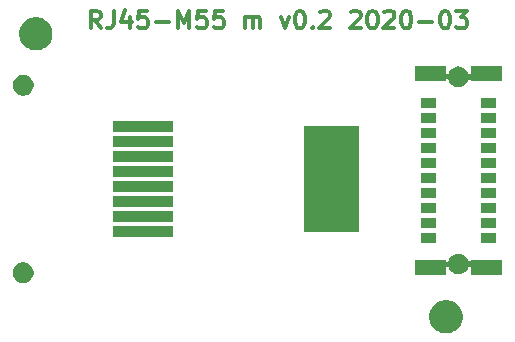
<source format=gbr>
G04 #@! TF.GenerationSoftware,KiCad,Pcbnew,5.1.5*
G04 #@! TF.CreationDate,2020-03-20T00:43:26-04:00*
G04 #@! TF.ProjectId,M55-RJ45,4d35352d-524a-4343-952e-6b696361645f,rev?*
G04 #@! TF.SameCoordinates,Original*
G04 #@! TF.FileFunction,Soldermask,Top*
G04 #@! TF.FilePolarity,Negative*
%FSLAX46Y46*%
G04 Gerber Fmt 4.6, Leading zero omitted, Abs format (unit mm)*
G04 Created by KiCad (PCBNEW 5.1.5) date 2020-03-20 00:43:26*
%MOMM*%
%LPD*%
G04 APERTURE LIST*
%ADD10C,0.300000*%
%ADD11C,0.100000*%
G04 APERTURE END LIST*
D10*
X39574285Y-116248571D02*
X39074285Y-115534285D01*
X38717142Y-116248571D02*
X38717142Y-114748571D01*
X39288571Y-114748571D01*
X39431428Y-114820000D01*
X39502857Y-114891428D01*
X39574285Y-115034285D01*
X39574285Y-115248571D01*
X39502857Y-115391428D01*
X39431428Y-115462857D01*
X39288571Y-115534285D01*
X38717142Y-115534285D01*
X40645714Y-114748571D02*
X40645714Y-115820000D01*
X40574285Y-116034285D01*
X40431428Y-116177142D01*
X40217142Y-116248571D01*
X40074285Y-116248571D01*
X42002857Y-115248571D02*
X42002857Y-116248571D01*
X41645714Y-114677142D02*
X41288571Y-115748571D01*
X42217142Y-115748571D01*
X43502857Y-114748571D02*
X42788571Y-114748571D01*
X42717142Y-115462857D01*
X42788571Y-115391428D01*
X42931428Y-115320000D01*
X43288571Y-115320000D01*
X43431428Y-115391428D01*
X43502857Y-115462857D01*
X43574285Y-115605714D01*
X43574285Y-115962857D01*
X43502857Y-116105714D01*
X43431428Y-116177142D01*
X43288571Y-116248571D01*
X42931428Y-116248571D01*
X42788571Y-116177142D01*
X42717142Y-116105714D01*
X44217142Y-115677142D02*
X45360000Y-115677142D01*
X46074285Y-116248571D02*
X46074285Y-114748571D01*
X46574285Y-115820000D01*
X47074285Y-114748571D01*
X47074285Y-116248571D01*
X48502857Y-114748571D02*
X47788571Y-114748571D01*
X47717142Y-115462857D01*
X47788571Y-115391428D01*
X47931428Y-115320000D01*
X48288571Y-115320000D01*
X48431428Y-115391428D01*
X48502857Y-115462857D01*
X48574285Y-115605714D01*
X48574285Y-115962857D01*
X48502857Y-116105714D01*
X48431428Y-116177142D01*
X48288571Y-116248571D01*
X47931428Y-116248571D01*
X47788571Y-116177142D01*
X47717142Y-116105714D01*
X49931428Y-114748571D02*
X49217142Y-114748571D01*
X49145714Y-115462857D01*
X49217142Y-115391428D01*
X49360000Y-115320000D01*
X49717142Y-115320000D01*
X49860000Y-115391428D01*
X49931428Y-115462857D01*
X50002857Y-115605714D01*
X50002857Y-115962857D01*
X49931428Y-116105714D01*
X49860000Y-116177142D01*
X49717142Y-116248571D01*
X49360000Y-116248571D01*
X49217142Y-116177142D01*
X49145714Y-116105714D01*
X51788571Y-116248571D02*
X51788571Y-115248571D01*
X51788571Y-115391428D02*
X51860000Y-115320000D01*
X52002857Y-115248571D01*
X52217142Y-115248571D01*
X52360000Y-115320000D01*
X52431428Y-115462857D01*
X52431428Y-116248571D01*
X52431428Y-115462857D02*
X52502857Y-115320000D01*
X52645714Y-115248571D01*
X52860000Y-115248571D01*
X53002857Y-115320000D01*
X53074285Y-115462857D01*
X53074285Y-116248571D01*
X54788571Y-115248571D02*
X55145714Y-116248571D01*
X55502857Y-115248571D01*
X56360000Y-114748571D02*
X56502857Y-114748571D01*
X56645714Y-114820000D01*
X56717142Y-114891428D01*
X56788571Y-115034285D01*
X56860000Y-115320000D01*
X56860000Y-115677142D01*
X56788571Y-115962857D01*
X56717142Y-116105714D01*
X56645714Y-116177142D01*
X56502857Y-116248571D01*
X56360000Y-116248571D01*
X56217142Y-116177142D01*
X56145714Y-116105714D01*
X56074285Y-115962857D01*
X56002857Y-115677142D01*
X56002857Y-115320000D01*
X56074285Y-115034285D01*
X56145714Y-114891428D01*
X56217142Y-114820000D01*
X56360000Y-114748571D01*
X57502857Y-116105714D02*
X57574285Y-116177142D01*
X57502857Y-116248571D01*
X57431428Y-116177142D01*
X57502857Y-116105714D01*
X57502857Y-116248571D01*
X58145714Y-114891428D02*
X58217142Y-114820000D01*
X58360000Y-114748571D01*
X58717142Y-114748571D01*
X58860000Y-114820000D01*
X58931428Y-114891428D01*
X59002857Y-115034285D01*
X59002857Y-115177142D01*
X58931428Y-115391428D01*
X58074285Y-116248571D01*
X59002857Y-116248571D01*
X60717142Y-114891428D02*
X60788571Y-114820000D01*
X60931428Y-114748571D01*
X61288571Y-114748571D01*
X61431428Y-114820000D01*
X61502857Y-114891428D01*
X61574285Y-115034285D01*
X61574285Y-115177142D01*
X61502857Y-115391428D01*
X60645714Y-116248571D01*
X61574285Y-116248571D01*
X62502857Y-114748571D02*
X62645714Y-114748571D01*
X62788571Y-114820000D01*
X62860000Y-114891428D01*
X62931428Y-115034285D01*
X63002857Y-115320000D01*
X63002857Y-115677142D01*
X62931428Y-115962857D01*
X62860000Y-116105714D01*
X62788571Y-116177142D01*
X62645714Y-116248571D01*
X62502857Y-116248571D01*
X62360000Y-116177142D01*
X62288571Y-116105714D01*
X62217142Y-115962857D01*
X62145714Y-115677142D01*
X62145714Y-115320000D01*
X62217142Y-115034285D01*
X62288571Y-114891428D01*
X62360000Y-114820000D01*
X62502857Y-114748571D01*
X63574285Y-114891428D02*
X63645714Y-114820000D01*
X63788571Y-114748571D01*
X64145714Y-114748571D01*
X64288571Y-114820000D01*
X64360000Y-114891428D01*
X64431428Y-115034285D01*
X64431428Y-115177142D01*
X64360000Y-115391428D01*
X63502857Y-116248571D01*
X64431428Y-116248571D01*
X65360000Y-114748571D02*
X65502857Y-114748571D01*
X65645714Y-114820000D01*
X65717142Y-114891428D01*
X65788571Y-115034285D01*
X65860000Y-115320000D01*
X65860000Y-115677142D01*
X65788571Y-115962857D01*
X65717142Y-116105714D01*
X65645714Y-116177142D01*
X65502857Y-116248571D01*
X65360000Y-116248571D01*
X65217142Y-116177142D01*
X65145714Y-116105714D01*
X65074285Y-115962857D01*
X65002857Y-115677142D01*
X65002857Y-115320000D01*
X65074285Y-115034285D01*
X65145714Y-114891428D01*
X65217142Y-114820000D01*
X65360000Y-114748571D01*
X66502857Y-115677142D02*
X67645714Y-115677142D01*
X68645714Y-114748571D02*
X68788571Y-114748571D01*
X68931428Y-114820000D01*
X69002857Y-114891428D01*
X69074285Y-115034285D01*
X69145714Y-115320000D01*
X69145714Y-115677142D01*
X69074285Y-115962857D01*
X69002857Y-116105714D01*
X68931428Y-116177142D01*
X68788571Y-116248571D01*
X68645714Y-116248571D01*
X68502857Y-116177142D01*
X68431428Y-116105714D01*
X68360000Y-115962857D01*
X68288571Y-115677142D01*
X68288571Y-115320000D01*
X68360000Y-115034285D01*
X68431428Y-114891428D01*
X68502857Y-114820000D01*
X68645714Y-114748571D01*
X69645714Y-114748571D02*
X70574285Y-114748571D01*
X70074285Y-115320000D01*
X70288571Y-115320000D01*
X70431428Y-115391428D01*
X70502857Y-115462857D01*
X70574285Y-115605714D01*
X70574285Y-115962857D01*
X70502857Y-116105714D01*
X70431428Y-116177142D01*
X70288571Y-116248571D01*
X69860000Y-116248571D01*
X69717142Y-116177142D01*
X69645714Y-116105714D01*
D11*
G36*
X69119413Y-139295013D02*
G01*
X69209637Y-139312959D01*
X69315247Y-139356705D01*
X69464601Y-139418569D01*
X69464602Y-139418570D01*
X69694066Y-139571892D01*
X69889208Y-139767034D01*
X69991655Y-139920357D01*
X70042531Y-139996499D01*
X70148141Y-140251464D01*
X70201980Y-140522132D01*
X70201980Y-140798108D01*
X70148141Y-141068776D01*
X70042531Y-141323741D01*
X70042530Y-141323742D01*
X69889208Y-141553206D01*
X69694066Y-141748348D01*
X69540743Y-141850795D01*
X69464601Y-141901671D01*
X69315247Y-141963535D01*
X69209637Y-142007281D01*
X69119413Y-142025227D01*
X68938968Y-142061120D01*
X68662992Y-142061120D01*
X68482547Y-142025227D01*
X68392323Y-142007281D01*
X68286713Y-141963535D01*
X68137359Y-141901671D01*
X68061217Y-141850795D01*
X67907894Y-141748348D01*
X67712752Y-141553206D01*
X67559430Y-141323742D01*
X67559429Y-141323741D01*
X67453819Y-141068776D01*
X67399980Y-140798108D01*
X67399980Y-140522132D01*
X67453819Y-140251464D01*
X67559429Y-139996499D01*
X67610305Y-139920357D01*
X67712752Y-139767034D01*
X67907894Y-139571892D01*
X68137358Y-139418570D01*
X68137359Y-139418569D01*
X68286713Y-139356705D01*
X68392323Y-139312959D01*
X68482547Y-139295013D01*
X68662992Y-139259120D01*
X68938968Y-139259120D01*
X69119413Y-139295013D01*
G37*
G36*
X33170899Y-136065832D02*
G01*
X33255520Y-136082664D01*
X33414942Y-136148699D01*
X33558418Y-136244566D01*
X33680434Y-136366582D01*
X33776301Y-136510058D01*
X33842336Y-136669480D01*
X33876000Y-136838721D01*
X33876000Y-137011279D01*
X33842336Y-137180520D01*
X33776301Y-137339942D01*
X33680434Y-137483418D01*
X33558418Y-137605434D01*
X33414942Y-137701301D01*
X33255520Y-137767336D01*
X33170899Y-137784168D01*
X33086280Y-137801000D01*
X32913720Y-137801000D01*
X32829101Y-137784168D01*
X32744480Y-137767336D01*
X32585058Y-137701301D01*
X32441582Y-137605434D01*
X32319566Y-137483418D01*
X32223699Y-137339942D01*
X32157664Y-137180520D01*
X32124000Y-137011279D01*
X32124000Y-136838721D01*
X32157664Y-136669480D01*
X32223699Y-136510058D01*
X32319566Y-136366582D01*
X32441582Y-136244566D01*
X32585058Y-136148699D01*
X32744480Y-136082664D01*
X32829101Y-136065832D01*
X32913720Y-136049000D01*
X33086280Y-136049000D01*
X33170899Y-136065832D01*
G37*
G36*
X70105520Y-135352664D02*
G01*
X70264942Y-135418699D01*
X70408418Y-135514566D01*
X70530434Y-135636582D01*
X70626301Y-135780058D01*
X70663703Y-135870355D01*
X70683517Y-135918190D01*
X70695068Y-135939801D01*
X70710614Y-135958743D01*
X70729556Y-135974288D01*
X70751166Y-135985839D01*
X70774615Y-135992952D01*
X70799001Y-135995354D01*
X70823388Y-135992952D01*
X70846836Y-135985839D01*
X70868447Y-135974288D01*
X70887389Y-135958742D01*
X70902934Y-135939800D01*
X70914485Y-135918190D01*
X70921598Y-135894741D01*
X70924000Y-135870355D01*
X70924000Y-135829000D01*
X73526000Y-135829000D01*
X73526000Y-137131000D01*
X70924000Y-137131000D01*
X70924000Y-136519645D01*
X70921598Y-136495259D01*
X70914485Y-136471810D01*
X70902934Y-136450199D01*
X70887389Y-136431257D01*
X70868447Y-136415712D01*
X70846836Y-136404161D01*
X70823387Y-136397048D01*
X70799001Y-136394646D01*
X70774615Y-136397048D01*
X70751166Y-136404161D01*
X70729555Y-136415712D01*
X70710613Y-136431257D01*
X70695068Y-136450199D01*
X70683519Y-136471807D01*
X70626301Y-136609942D01*
X70530434Y-136753418D01*
X70408418Y-136875434D01*
X70264942Y-136971301D01*
X70105520Y-137037336D01*
X69936280Y-137071000D01*
X69763720Y-137071000D01*
X69594480Y-137037336D01*
X69435058Y-136971301D01*
X69291582Y-136875434D01*
X69169566Y-136753418D01*
X69073699Y-136609942D01*
X69016481Y-136471807D01*
X69004932Y-136450199D01*
X68989386Y-136431257D01*
X68970444Y-136415712D01*
X68948834Y-136404161D01*
X68925385Y-136397048D01*
X68900999Y-136394646D01*
X68876612Y-136397048D01*
X68853164Y-136404161D01*
X68831553Y-136415712D01*
X68812611Y-136431258D01*
X68797066Y-136450200D01*
X68785515Y-136471810D01*
X68778402Y-136495259D01*
X68776000Y-136519645D01*
X68776000Y-137131000D01*
X66174000Y-137131000D01*
X66174000Y-135829000D01*
X68776000Y-135829000D01*
X68776000Y-135870355D01*
X68778402Y-135894741D01*
X68785515Y-135918190D01*
X68797066Y-135939801D01*
X68812611Y-135958743D01*
X68831553Y-135974288D01*
X68853164Y-135985839D01*
X68876613Y-135992952D01*
X68900999Y-135995354D01*
X68925385Y-135992952D01*
X68948834Y-135985839D01*
X68970445Y-135974288D01*
X68989387Y-135958743D01*
X69004932Y-135939801D01*
X69016483Y-135918190D01*
X69036297Y-135870355D01*
X69073699Y-135780058D01*
X69169566Y-135636582D01*
X69291582Y-135514566D01*
X69435058Y-135418699D01*
X69594480Y-135352664D01*
X69763720Y-135319000D01*
X69936280Y-135319000D01*
X70105520Y-135352664D01*
G37*
G36*
X72991000Y-134436000D02*
G01*
X71789000Y-134436000D01*
X71789000Y-133534000D01*
X72991000Y-133534000D01*
X72991000Y-134436000D01*
G37*
G36*
X67911000Y-134436000D02*
G01*
X66709000Y-134436000D01*
X66709000Y-133534000D01*
X67911000Y-133534000D01*
X67911000Y-134436000D01*
G37*
G36*
X45711000Y-133876000D02*
G01*
X40609000Y-133876000D01*
X40609000Y-133014000D01*
X45711000Y-133014000D01*
X45711000Y-133876000D01*
G37*
G36*
X61391000Y-133451000D02*
G01*
X56789000Y-133451000D01*
X56789000Y-124549000D01*
X61391000Y-124549000D01*
X61391000Y-133451000D01*
G37*
G36*
X72991000Y-133166000D02*
G01*
X71789000Y-133166000D01*
X71789000Y-132264000D01*
X72991000Y-132264000D01*
X72991000Y-133166000D01*
G37*
G36*
X67911000Y-133166000D02*
G01*
X66709000Y-133166000D01*
X66709000Y-132264000D01*
X67911000Y-132264000D01*
X67911000Y-133166000D01*
G37*
G36*
X45711000Y-132606000D02*
G01*
X40609000Y-132606000D01*
X40609000Y-131744000D01*
X45711000Y-131744000D01*
X45711000Y-132606000D01*
G37*
G36*
X72991000Y-131896000D02*
G01*
X71789000Y-131896000D01*
X71789000Y-130994000D01*
X72991000Y-130994000D01*
X72991000Y-131896000D01*
G37*
G36*
X67911000Y-131896000D02*
G01*
X66709000Y-131896000D01*
X66709000Y-130994000D01*
X67911000Y-130994000D01*
X67911000Y-131896000D01*
G37*
G36*
X45711000Y-131336000D02*
G01*
X40609000Y-131336000D01*
X40609000Y-130474000D01*
X45711000Y-130474000D01*
X45711000Y-131336000D01*
G37*
G36*
X72991000Y-130626000D02*
G01*
X71789000Y-130626000D01*
X71789000Y-129724000D01*
X72991000Y-129724000D01*
X72991000Y-130626000D01*
G37*
G36*
X67911000Y-130626000D02*
G01*
X66709000Y-130626000D01*
X66709000Y-129724000D01*
X67911000Y-129724000D01*
X67911000Y-130626000D01*
G37*
G36*
X45711000Y-130066000D02*
G01*
X40609000Y-130066000D01*
X40609000Y-129204000D01*
X45711000Y-129204000D01*
X45711000Y-130066000D01*
G37*
G36*
X67911000Y-129356000D02*
G01*
X66709000Y-129356000D01*
X66709000Y-128454000D01*
X67911000Y-128454000D01*
X67911000Y-129356000D01*
G37*
G36*
X72991000Y-129356000D02*
G01*
X71789000Y-129356000D01*
X71789000Y-128454000D01*
X72991000Y-128454000D01*
X72991000Y-129356000D01*
G37*
G36*
X45711000Y-128796000D02*
G01*
X40609000Y-128796000D01*
X40609000Y-127934000D01*
X45711000Y-127934000D01*
X45711000Y-128796000D01*
G37*
G36*
X67911000Y-128086000D02*
G01*
X66709000Y-128086000D01*
X66709000Y-127184000D01*
X67911000Y-127184000D01*
X67911000Y-128086000D01*
G37*
G36*
X72991000Y-128086000D02*
G01*
X71789000Y-128086000D01*
X71789000Y-127184000D01*
X72991000Y-127184000D01*
X72991000Y-128086000D01*
G37*
G36*
X45711000Y-127526000D02*
G01*
X40609000Y-127526000D01*
X40609000Y-126664000D01*
X45711000Y-126664000D01*
X45711000Y-127526000D01*
G37*
G36*
X67911000Y-126816000D02*
G01*
X66709000Y-126816000D01*
X66709000Y-125914000D01*
X67911000Y-125914000D01*
X67911000Y-126816000D01*
G37*
G36*
X72991000Y-126816000D02*
G01*
X71789000Y-126816000D01*
X71789000Y-125914000D01*
X72991000Y-125914000D01*
X72991000Y-126816000D01*
G37*
G36*
X45711000Y-126256000D02*
G01*
X40609000Y-126256000D01*
X40609000Y-125394000D01*
X45711000Y-125394000D01*
X45711000Y-126256000D01*
G37*
G36*
X72991000Y-125546000D02*
G01*
X71789000Y-125546000D01*
X71789000Y-124644000D01*
X72991000Y-124644000D01*
X72991000Y-125546000D01*
G37*
G36*
X67911000Y-125546000D02*
G01*
X66709000Y-125546000D01*
X66709000Y-124644000D01*
X67911000Y-124644000D01*
X67911000Y-125546000D01*
G37*
G36*
X45711000Y-124986000D02*
G01*
X40609000Y-124986000D01*
X40609000Y-124124000D01*
X45711000Y-124124000D01*
X45711000Y-124986000D01*
G37*
G36*
X72991000Y-124276000D02*
G01*
X71789000Y-124276000D01*
X71789000Y-123374000D01*
X72991000Y-123374000D01*
X72991000Y-124276000D01*
G37*
G36*
X67911000Y-124276000D02*
G01*
X66709000Y-124276000D01*
X66709000Y-123374000D01*
X67911000Y-123374000D01*
X67911000Y-124276000D01*
G37*
G36*
X72991000Y-123006000D02*
G01*
X71789000Y-123006000D01*
X71789000Y-122104000D01*
X72991000Y-122104000D01*
X72991000Y-123006000D01*
G37*
G36*
X67911000Y-123006000D02*
G01*
X66709000Y-123006000D01*
X66709000Y-122104000D01*
X67911000Y-122104000D01*
X67911000Y-123006000D01*
G37*
G36*
X33255520Y-120232664D02*
G01*
X33414942Y-120298699D01*
X33558418Y-120394566D01*
X33680434Y-120516582D01*
X33776301Y-120660058D01*
X33842336Y-120819480D01*
X33876000Y-120988721D01*
X33876000Y-121161279D01*
X33842336Y-121330520D01*
X33776301Y-121489942D01*
X33680434Y-121633418D01*
X33558418Y-121755434D01*
X33414942Y-121851301D01*
X33255520Y-121917336D01*
X33086280Y-121951000D01*
X32913720Y-121951000D01*
X32744480Y-121917336D01*
X32585058Y-121851301D01*
X32441582Y-121755434D01*
X32319566Y-121633418D01*
X32223699Y-121489942D01*
X32157664Y-121330520D01*
X32124000Y-121161279D01*
X32124000Y-120988721D01*
X32157664Y-120819480D01*
X32223699Y-120660058D01*
X32319566Y-120516582D01*
X32441582Y-120394566D01*
X32585058Y-120298699D01*
X32744480Y-120232664D01*
X32913720Y-120199000D01*
X33086280Y-120199000D01*
X33255520Y-120232664D01*
G37*
G36*
X68776000Y-120020355D02*
G01*
X68778402Y-120044741D01*
X68785515Y-120068190D01*
X68797066Y-120089801D01*
X68812611Y-120108743D01*
X68831553Y-120124288D01*
X68853164Y-120135839D01*
X68876613Y-120142952D01*
X68900999Y-120145354D01*
X68925385Y-120142952D01*
X68948834Y-120135839D01*
X68970445Y-120124288D01*
X68989387Y-120108743D01*
X69004932Y-120089801D01*
X69016483Y-120068190D01*
X69036297Y-120020355D01*
X69073699Y-119930058D01*
X69169566Y-119786582D01*
X69291582Y-119664566D01*
X69435058Y-119568699D01*
X69594480Y-119502664D01*
X69679101Y-119485832D01*
X69763720Y-119469000D01*
X69936280Y-119469000D01*
X70020899Y-119485832D01*
X70105520Y-119502664D01*
X70264942Y-119568699D01*
X70408418Y-119664566D01*
X70530434Y-119786582D01*
X70626301Y-119930058D01*
X70663703Y-120020355D01*
X70683517Y-120068190D01*
X70695068Y-120089801D01*
X70710614Y-120108743D01*
X70729556Y-120124288D01*
X70751166Y-120135839D01*
X70774615Y-120142952D01*
X70799001Y-120145354D01*
X70823388Y-120142952D01*
X70846836Y-120135839D01*
X70868447Y-120124288D01*
X70887389Y-120108742D01*
X70902934Y-120089800D01*
X70914485Y-120068190D01*
X70921598Y-120044741D01*
X70924000Y-120020355D01*
X70924000Y-119409000D01*
X73526000Y-119409000D01*
X73526000Y-120711000D01*
X70924000Y-120711000D01*
X70924000Y-120669645D01*
X70921598Y-120645259D01*
X70914485Y-120621810D01*
X70902934Y-120600199D01*
X70887389Y-120581257D01*
X70868447Y-120565712D01*
X70846836Y-120554161D01*
X70823387Y-120547048D01*
X70799001Y-120544646D01*
X70774615Y-120547048D01*
X70751166Y-120554161D01*
X70729555Y-120565712D01*
X70710613Y-120581257D01*
X70695068Y-120600199D01*
X70683519Y-120621807D01*
X70626301Y-120759942D01*
X70530434Y-120903418D01*
X70408418Y-121025434D01*
X70264942Y-121121301D01*
X70105520Y-121187336D01*
X70020899Y-121204168D01*
X69936280Y-121221000D01*
X69763720Y-121221000D01*
X69679101Y-121204168D01*
X69594480Y-121187336D01*
X69435058Y-121121301D01*
X69291582Y-121025434D01*
X69169566Y-120903418D01*
X69073699Y-120759942D01*
X69016481Y-120621807D01*
X69004932Y-120600199D01*
X68989386Y-120581257D01*
X68970444Y-120565712D01*
X68948834Y-120554161D01*
X68925385Y-120547048D01*
X68900999Y-120544646D01*
X68876612Y-120547048D01*
X68853164Y-120554161D01*
X68831553Y-120565712D01*
X68812611Y-120581258D01*
X68797066Y-120600200D01*
X68785515Y-120621810D01*
X68778402Y-120645259D01*
X68776000Y-120669645D01*
X68776000Y-120711000D01*
X66174000Y-120711000D01*
X66174000Y-119409000D01*
X68776000Y-119409000D01*
X68776000Y-120020355D01*
G37*
G36*
X34392533Y-115337733D02*
G01*
X34482757Y-115355679D01*
X34588367Y-115399425D01*
X34737721Y-115461289D01*
X34737722Y-115461290D01*
X34967186Y-115614612D01*
X35162328Y-115809754D01*
X35264775Y-115963077D01*
X35315651Y-116039219D01*
X35421261Y-116294184D01*
X35475100Y-116564852D01*
X35475100Y-116840828D01*
X35421261Y-117111496D01*
X35315651Y-117366461D01*
X35315650Y-117366462D01*
X35162328Y-117595926D01*
X34967186Y-117791068D01*
X34813863Y-117893515D01*
X34737721Y-117944391D01*
X34588367Y-118006255D01*
X34482757Y-118050001D01*
X34392533Y-118067947D01*
X34212088Y-118103840D01*
X33936112Y-118103840D01*
X33755667Y-118067947D01*
X33665443Y-118050001D01*
X33559833Y-118006255D01*
X33410479Y-117944391D01*
X33334337Y-117893515D01*
X33181014Y-117791068D01*
X32985872Y-117595926D01*
X32832550Y-117366462D01*
X32832549Y-117366461D01*
X32726939Y-117111496D01*
X32673100Y-116840828D01*
X32673100Y-116564852D01*
X32726939Y-116294184D01*
X32832549Y-116039219D01*
X32883425Y-115963077D01*
X32985872Y-115809754D01*
X33181014Y-115614612D01*
X33410478Y-115461290D01*
X33410479Y-115461289D01*
X33559833Y-115399425D01*
X33665443Y-115355679D01*
X33755667Y-115337733D01*
X33936112Y-115301840D01*
X34212088Y-115301840D01*
X34392533Y-115337733D01*
G37*
M02*

</source>
